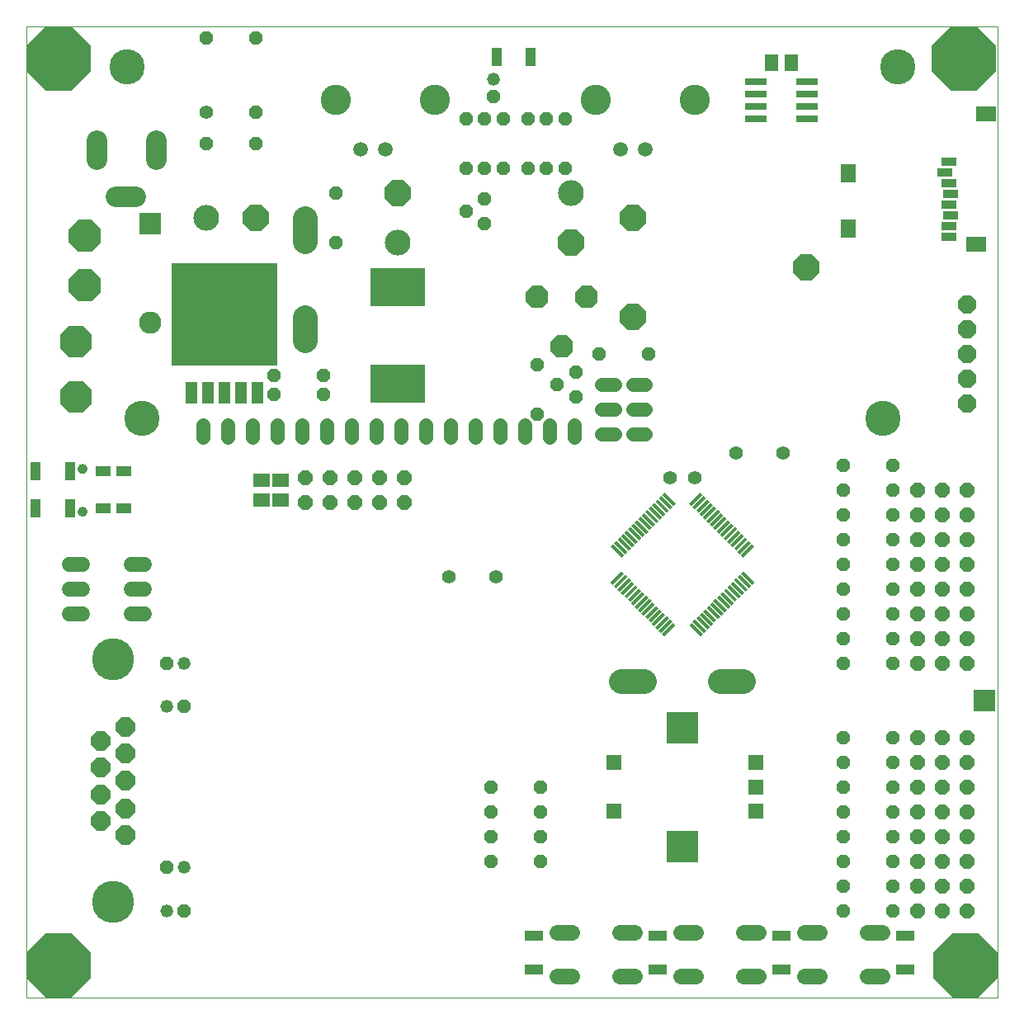
<source format=gts>
G75*
G70*
%OFA0B0*%
%FSLAX24Y24*%
%IPPOS*%
%LPD*%
%AMOC8*
5,1,8,0,0,1.08239X$1,22.5*
%
%ADD10C,0.0000*%
%ADD11C,0.0560*%
%ADD12C,0.1424*%
%ADD13OC8,0.1290*%
%ADD14C,0.0560*%
%ADD15OC8,0.0560*%
%ADD16C,0.1040*%
%ADD17OC8,0.1040*%
%ADD18C,0.0640*%
%ADD19C,0.0827*%
%ADD20C,0.0594*%
%ADD21C,0.0827*%
%ADD22R,0.0740X0.0400*%
%ADD23OC8,0.0800*%
%ADD24C,0.1300*%
%ADD25C,0.1700*%
%ADD26OC8,0.0520*%
%ADD27C,0.0520*%
%ADD28OC8,0.0900*%
%ADD29R,0.0788X0.0591*%
%ADD30R,0.0591X0.0749*%
%ADD31R,0.0631X0.0355*%
%ADD32OC8,0.0740*%
%ADD33R,0.0400X0.0740*%
%ADD34OC8,0.1300*%
%ADD35R,0.0900X0.0900*%
%ADD36C,0.0900*%
%ADD37OC8,0.0600*%
%ADD38OC8,0.0594*%
%ADD39R,0.0640X0.0138*%
%ADD40R,0.0460X0.0900*%
%ADD41R,0.4290X0.4140*%
%ADD42C,0.0985*%
%ADD43R,0.0906X0.0276*%
%ADD44R,0.2205X0.1556*%
%ADD45C,0.0600*%
%ADD46C,0.0394*%
%ADD47R,0.0631X0.0434*%
%ADD48R,0.0670X0.0552*%
%ADD49R,0.0552X0.0670*%
%ADD50R,0.0634X0.0634*%
%ADD51R,0.1306X0.1306*%
%ADD52R,0.0867X0.0867*%
%ADD53OC8,0.2580*%
%ADD54C,0.1221*%
D10*
X005081Y004038D02*
X005081Y043283D01*
X044323Y043283D01*
X044323Y004038D01*
X005081Y004038D01*
X007951Y007888D02*
X007953Y007938D01*
X007959Y007988D01*
X007969Y008037D01*
X007983Y008085D01*
X008000Y008132D01*
X008021Y008177D01*
X008046Y008221D01*
X008074Y008262D01*
X008106Y008301D01*
X008140Y008338D01*
X008177Y008372D01*
X008217Y008402D01*
X008259Y008429D01*
X008303Y008453D01*
X008349Y008474D01*
X008396Y008490D01*
X008444Y008503D01*
X008494Y008512D01*
X008543Y008517D01*
X008594Y008518D01*
X008644Y008515D01*
X008693Y008508D01*
X008742Y008497D01*
X008790Y008482D01*
X008836Y008464D01*
X008881Y008442D01*
X008924Y008416D01*
X008965Y008387D01*
X009004Y008355D01*
X009040Y008320D01*
X009072Y008282D01*
X009102Y008242D01*
X009129Y008199D01*
X009152Y008155D01*
X009171Y008109D01*
X009187Y008061D01*
X009199Y008012D01*
X009207Y007963D01*
X009211Y007913D01*
X009211Y007863D01*
X009207Y007813D01*
X009199Y007764D01*
X009187Y007715D01*
X009171Y007667D01*
X009152Y007621D01*
X009129Y007577D01*
X009102Y007534D01*
X009072Y007494D01*
X009040Y007456D01*
X009004Y007421D01*
X008965Y007389D01*
X008924Y007360D01*
X008881Y007334D01*
X008836Y007312D01*
X008790Y007294D01*
X008742Y007279D01*
X008693Y007268D01*
X008644Y007261D01*
X008594Y007258D01*
X008543Y007259D01*
X008494Y007264D01*
X008444Y007273D01*
X008396Y007286D01*
X008349Y007302D01*
X008303Y007323D01*
X008259Y007347D01*
X008217Y007374D01*
X008177Y007404D01*
X008140Y007438D01*
X008106Y007475D01*
X008074Y007514D01*
X008046Y007555D01*
X008021Y007599D01*
X008000Y007644D01*
X007983Y007691D01*
X007969Y007739D01*
X007959Y007788D01*
X007953Y007838D01*
X007951Y007888D01*
X007951Y017688D02*
X007953Y017738D01*
X007959Y017788D01*
X007969Y017837D01*
X007983Y017885D01*
X008000Y017932D01*
X008021Y017977D01*
X008046Y018021D01*
X008074Y018062D01*
X008106Y018101D01*
X008140Y018138D01*
X008177Y018172D01*
X008217Y018202D01*
X008259Y018229D01*
X008303Y018253D01*
X008349Y018274D01*
X008396Y018290D01*
X008444Y018303D01*
X008494Y018312D01*
X008543Y018317D01*
X008594Y018318D01*
X008644Y018315D01*
X008693Y018308D01*
X008742Y018297D01*
X008790Y018282D01*
X008836Y018264D01*
X008881Y018242D01*
X008924Y018216D01*
X008965Y018187D01*
X009004Y018155D01*
X009040Y018120D01*
X009072Y018082D01*
X009102Y018042D01*
X009129Y017999D01*
X009152Y017955D01*
X009171Y017909D01*
X009187Y017861D01*
X009199Y017812D01*
X009207Y017763D01*
X009211Y017713D01*
X009211Y017663D01*
X009207Y017613D01*
X009199Y017564D01*
X009187Y017515D01*
X009171Y017467D01*
X009152Y017421D01*
X009129Y017377D01*
X009102Y017334D01*
X009072Y017294D01*
X009040Y017256D01*
X009004Y017221D01*
X008965Y017189D01*
X008924Y017160D01*
X008881Y017134D01*
X008836Y017112D01*
X008790Y017094D01*
X008742Y017079D01*
X008693Y017068D01*
X008644Y017061D01*
X008594Y017058D01*
X008543Y017059D01*
X008494Y017064D01*
X008444Y017073D01*
X008396Y017086D01*
X008349Y017102D01*
X008303Y017123D01*
X008259Y017147D01*
X008217Y017174D01*
X008177Y017204D01*
X008140Y017238D01*
X008106Y017275D01*
X008074Y017314D01*
X008046Y017355D01*
X008021Y017399D01*
X008000Y017444D01*
X007983Y017491D01*
X007969Y017539D01*
X007959Y017588D01*
X007953Y017638D01*
X007951Y017688D01*
X007154Y023672D02*
X007156Y023698D01*
X007162Y023724D01*
X007172Y023749D01*
X007185Y023772D01*
X007201Y023792D01*
X007221Y023810D01*
X007243Y023825D01*
X007266Y023837D01*
X007292Y023845D01*
X007318Y023849D01*
X007344Y023849D01*
X007370Y023845D01*
X007396Y023837D01*
X007420Y023825D01*
X007441Y023810D01*
X007461Y023792D01*
X007477Y023772D01*
X007490Y023749D01*
X007500Y023724D01*
X007506Y023698D01*
X007508Y023672D01*
X007506Y023646D01*
X007500Y023620D01*
X007490Y023595D01*
X007477Y023572D01*
X007461Y023552D01*
X007441Y023534D01*
X007419Y023519D01*
X007396Y023507D01*
X007370Y023499D01*
X007344Y023495D01*
X007318Y023495D01*
X007292Y023499D01*
X007266Y023507D01*
X007242Y023519D01*
X007221Y023534D01*
X007201Y023552D01*
X007185Y023572D01*
X007172Y023595D01*
X007162Y023620D01*
X007156Y023646D01*
X007154Y023672D01*
X007154Y025404D02*
X007156Y025430D01*
X007162Y025456D01*
X007172Y025481D01*
X007185Y025504D01*
X007201Y025524D01*
X007221Y025542D01*
X007243Y025557D01*
X007266Y025569D01*
X007292Y025577D01*
X007318Y025581D01*
X007344Y025581D01*
X007370Y025577D01*
X007396Y025569D01*
X007420Y025557D01*
X007441Y025542D01*
X007461Y025524D01*
X007477Y025504D01*
X007490Y025481D01*
X007500Y025456D01*
X007506Y025430D01*
X007508Y025404D01*
X007506Y025378D01*
X007500Y025352D01*
X007490Y025327D01*
X007477Y025304D01*
X007461Y025284D01*
X007441Y025266D01*
X007419Y025251D01*
X007396Y025239D01*
X007370Y025231D01*
X007344Y025227D01*
X007318Y025227D01*
X007292Y025231D01*
X007266Y025239D01*
X007242Y025251D01*
X007221Y025266D01*
X007201Y025284D01*
X007185Y025304D01*
X007172Y025327D01*
X007162Y025352D01*
X007156Y025378D01*
X007154Y025404D01*
X017187Y040288D02*
X017189Y040327D01*
X017195Y040366D01*
X017205Y040404D01*
X017218Y040441D01*
X017235Y040476D01*
X017255Y040510D01*
X017279Y040541D01*
X017306Y040570D01*
X017335Y040596D01*
X017367Y040619D01*
X017401Y040639D01*
X017437Y040655D01*
X017474Y040667D01*
X017513Y040676D01*
X017552Y040681D01*
X017591Y040682D01*
X017630Y040679D01*
X017669Y040672D01*
X017706Y040661D01*
X017743Y040647D01*
X017778Y040629D01*
X017811Y040608D01*
X017842Y040583D01*
X017870Y040556D01*
X017895Y040526D01*
X017917Y040493D01*
X017936Y040459D01*
X017951Y040423D01*
X017963Y040385D01*
X017971Y040347D01*
X017975Y040308D01*
X017975Y040268D01*
X017971Y040229D01*
X017963Y040191D01*
X017951Y040153D01*
X017936Y040117D01*
X017917Y040083D01*
X017895Y040050D01*
X017870Y040020D01*
X017842Y039993D01*
X017811Y039968D01*
X017778Y039947D01*
X017743Y039929D01*
X017706Y039915D01*
X017669Y039904D01*
X017630Y039897D01*
X017591Y039894D01*
X017552Y039895D01*
X017513Y039900D01*
X017474Y039909D01*
X017437Y039921D01*
X017401Y039937D01*
X017367Y039957D01*
X017335Y039980D01*
X017306Y040006D01*
X017279Y040035D01*
X017255Y040066D01*
X017235Y040100D01*
X017218Y040135D01*
X017205Y040172D01*
X017195Y040210D01*
X017189Y040249D01*
X017187Y040288D01*
X021187Y040288D02*
X021189Y040327D01*
X021195Y040366D01*
X021205Y040404D01*
X021218Y040441D01*
X021235Y040476D01*
X021255Y040510D01*
X021279Y040541D01*
X021306Y040570D01*
X021335Y040596D01*
X021367Y040619D01*
X021401Y040639D01*
X021437Y040655D01*
X021474Y040667D01*
X021513Y040676D01*
X021552Y040681D01*
X021591Y040682D01*
X021630Y040679D01*
X021669Y040672D01*
X021706Y040661D01*
X021743Y040647D01*
X021778Y040629D01*
X021811Y040608D01*
X021842Y040583D01*
X021870Y040556D01*
X021895Y040526D01*
X021917Y040493D01*
X021936Y040459D01*
X021951Y040423D01*
X021963Y040385D01*
X021971Y040347D01*
X021975Y040308D01*
X021975Y040268D01*
X021971Y040229D01*
X021963Y040191D01*
X021951Y040153D01*
X021936Y040117D01*
X021917Y040083D01*
X021895Y040050D01*
X021870Y040020D01*
X021842Y039993D01*
X021811Y039968D01*
X021778Y039947D01*
X021743Y039929D01*
X021706Y039915D01*
X021669Y039904D01*
X021630Y039897D01*
X021591Y039894D01*
X021552Y039895D01*
X021513Y039900D01*
X021474Y039909D01*
X021437Y039921D01*
X021401Y039937D01*
X021367Y039957D01*
X021335Y039980D01*
X021306Y040006D01*
X021279Y040035D01*
X021255Y040066D01*
X021235Y040100D01*
X021218Y040135D01*
X021205Y040172D01*
X021195Y040210D01*
X021189Y040249D01*
X021187Y040288D01*
X027687Y040288D02*
X027689Y040327D01*
X027695Y040366D01*
X027705Y040404D01*
X027718Y040441D01*
X027735Y040476D01*
X027755Y040510D01*
X027779Y040541D01*
X027806Y040570D01*
X027835Y040596D01*
X027867Y040619D01*
X027901Y040639D01*
X027937Y040655D01*
X027974Y040667D01*
X028013Y040676D01*
X028052Y040681D01*
X028091Y040682D01*
X028130Y040679D01*
X028169Y040672D01*
X028206Y040661D01*
X028243Y040647D01*
X028278Y040629D01*
X028311Y040608D01*
X028342Y040583D01*
X028370Y040556D01*
X028395Y040526D01*
X028417Y040493D01*
X028436Y040459D01*
X028451Y040423D01*
X028463Y040385D01*
X028471Y040347D01*
X028475Y040308D01*
X028475Y040268D01*
X028471Y040229D01*
X028463Y040191D01*
X028451Y040153D01*
X028436Y040117D01*
X028417Y040083D01*
X028395Y040050D01*
X028370Y040020D01*
X028342Y039993D01*
X028311Y039968D01*
X028278Y039947D01*
X028243Y039929D01*
X028206Y039915D01*
X028169Y039904D01*
X028130Y039897D01*
X028091Y039894D01*
X028052Y039895D01*
X028013Y039900D01*
X027974Y039909D01*
X027937Y039921D01*
X027901Y039937D01*
X027867Y039957D01*
X027835Y039980D01*
X027806Y040006D01*
X027779Y040035D01*
X027755Y040066D01*
X027735Y040100D01*
X027718Y040135D01*
X027705Y040172D01*
X027695Y040210D01*
X027689Y040249D01*
X027687Y040288D01*
X031687Y040288D02*
X031689Y040327D01*
X031695Y040366D01*
X031705Y040404D01*
X031718Y040441D01*
X031735Y040476D01*
X031755Y040510D01*
X031779Y040541D01*
X031806Y040570D01*
X031835Y040596D01*
X031867Y040619D01*
X031901Y040639D01*
X031937Y040655D01*
X031974Y040667D01*
X032013Y040676D01*
X032052Y040681D01*
X032091Y040682D01*
X032130Y040679D01*
X032169Y040672D01*
X032206Y040661D01*
X032243Y040647D01*
X032278Y040629D01*
X032311Y040608D01*
X032342Y040583D01*
X032370Y040556D01*
X032395Y040526D01*
X032417Y040493D01*
X032436Y040459D01*
X032451Y040423D01*
X032463Y040385D01*
X032471Y040347D01*
X032475Y040308D01*
X032475Y040268D01*
X032471Y040229D01*
X032463Y040191D01*
X032451Y040153D01*
X032436Y040117D01*
X032417Y040083D01*
X032395Y040050D01*
X032370Y040020D01*
X032342Y039993D01*
X032311Y039968D01*
X032278Y039947D01*
X032243Y039929D01*
X032206Y039915D01*
X032169Y039904D01*
X032130Y039897D01*
X032091Y039894D01*
X032052Y039895D01*
X032013Y039900D01*
X031974Y039909D01*
X031937Y039921D01*
X031901Y039937D01*
X031867Y039957D01*
X031835Y039980D01*
X031806Y040006D01*
X031779Y040035D01*
X031755Y040066D01*
X031735Y040100D01*
X031718Y040135D01*
X031705Y040172D01*
X031695Y040210D01*
X031689Y040249D01*
X031687Y040288D01*
D11*
X030091Y028788D02*
X029571Y028788D01*
X028841Y028788D02*
X028321Y028788D01*
X028321Y027788D02*
X028841Y027788D01*
X029571Y027788D02*
X030091Y027788D01*
X030091Y026788D02*
X029571Y026788D01*
X028841Y026788D02*
X028321Y026788D01*
X027218Y026663D02*
X027218Y027183D01*
X026218Y027183D02*
X026218Y026663D01*
X025218Y026663D02*
X025218Y027183D01*
X024218Y027183D02*
X024218Y026663D01*
X023218Y026663D02*
X023218Y027183D01*
X022218Y027183D02*
X022218Y026663D01*
X021218Y026663D02*
X021218Y027183D01*
X020218Y027183D02*
X020218Y026663D01*
X019218Y026663D02*
X019218Y027183D01*
X018218Y027183D02*
X018218Y026663D01*
X017218Y026663D02*
X017218Y027183D01*
X016218Y027183D02*
X016218Y026663D01*
X015218Y026663D02*
X015218Y027183D01*
X014218Y027183D02*
X014218Y026663D01*
X013218Y026663D02*
X013218Y027183D01*
X012218Y027183D02*
X012218Y026663D01*
D12*
X009737Y027444D03*
X009143Y041632D03*
X039675Y027444D03*
X040268Y041632D03*
D13*
X007081Y030538D03*
X007081Y028288D03*
D14*
X012331Y039788D03*
X022131Y021038D03*
X024031Y021038D03*
X031081Y025038D03*
X032081Y025038D03*
X033756Y026038D03*
X035656Y026038D03*
D15*
X038081Y025538D03*
X038081Y024538D03*
X038081Y023538D03*
X038081Y022538D03*
X038081Y021538D03*
X038081Y020538D03*
X038081Y019538D03*
X038081Y018538D03*
X038081Y017538D03*
X040081Y017538D03*
X040081Y018538D03*
X040081Y019538D03*
X040081Y020538D03*
X040081Y021538D03*
X040081Y022538D03*
X040081Y023538D03*
X040081Y024538D03*
X040081Y025538D03*
X030206Y030038D03*
X028206Y030038D03*
X027268Y029288D03*
X026518Y028788D03*
X027268Y028288D03*
X025706Y027600D03*
X025706Y029600D03*
X023581Y035288D03*
X022831Y035788D03*
X023581Y036288D03*
X023581Y037538D03*
X022831Y037538D03*
X024331Y037538D03*
X025331Y037538D03*
X026081Y037538D03*
X026831Y037538D03*
X026831Y039538D03*
X026081Y039538D03*
X025331Y039538D03*
X024331Y039538D03*
X023581Y039538D03*
X022831Y039538D03*
X017581Y036538D03*
X017581Y034538D03*
X014331Y038538D03*
X014331Y039788D03*
X012331Y038538D03*
X012331Y042788D03*
X014331Y042788D03*
X015081Y029163D03*
X015081Y028413D03*
X017081Y028413D03*
X017081Y029163D03*
X023831Y012538D03*
X023831Y011538D03*
X023831Y010538D03*
X023831Y009538D03*
X025831Y009538D03*
X025831Y010538D03*
X025831Y011538D03*
X025831Y012538D03*
X038081Y012538D03*
X038081Y013538D03*
X038081Y014538D03*
X040081Y014538D03*
X040081Y013538D03*
X040081Y012538D03*
X040081Y011538D03*
X040081Y010538D03*
X040081Y009538D03*
X040081Y008538D03*
X040081Y007538D03*
X038081Y007538D03*
X038081Y008538D03*
X038081Y009538D03*
X038081Y010538D03*
X038081Y011538D03*
D16*
X020081Y034538D03*
X027081Y036538D03*
X012331Y035538D03*
D17*
X014331Y035538D03*
X020081Y036538D03*
X027081Y034538D03*
X029581Y035538D03*
X029581Y031538D03*
X036581Y033538D03*
D18*
X036501Y006678D02*
X037101Y006678D01*
X037101Y004898D02*
X036501Y004898D01*
X034661Y004898D02*
X034061Y004898D01*
X034061Y006678D02*
X034661Y006678D01*
X032101Y006678D02*
X031501Y006678D01*
X031501Y004898D02*
X032101Y004898D01*
X029661Y004898D02*
X029061Y004898D01*
X029061Y006678D02*
X029661Y006678D01*
X027101Y006678D02*
X026501Y006678D01*
X026501Y004898D02*
X027101Y004898D01*
X039061Y004898D02*
X039661Y004898D01*
X039661Y006678D02*
X039061Y006678D01*
D19*
X010301Y037894D02*
X010301Y038682D01*
X009475Y036398D02*
X008687Y036398D01*
X007900Y037894D02*
X007900Y038682D01*
D20*
X018581Y038288D03*
X019581Y038288D03*
X029081Y038288D03*
X030081Y038288D03*
D21*
X028081Y040288D03*
X032081Y040288D03*
X021581Y040288D03*
X017581Y040288D03*
D22*
X025581Y006538D03*
X025581Y005163D03*
X030581Y005163D03*
X030581Y006538D03*
X035581Y006538D03*
X035581Y005163D03*
X040581Y005163D03*
X040581Y006538D03*
D23*
X009081Y010600D03*
X009081Y011663D03*
X008081Y011163D03*
X008081Y012225D03*
X008081Y013351D03*
X008081Y014413D03*
X009081Y013913D03*
X009081Y012788D03*
X009081Y014976D03*
D24*
X008581Y017688D03*
X008581Y007888D03*
D25*
X008581Y007888D03*
X008581Y017688D03*
D26*
X010731Y017538D03*
X011431Y015788D03*
X010731Y009288D03*
X011431Y007538D03*
X023956Y040438D03*
D27*
X023956Y041138D03*
X011431Y017538D03*
X010731Y015788D03*
X011431Y009288D03*
X010731Y007538D03*
D28*
X026706Y030350D03*
X027706Y032350D03*
X025706Y032350D03*
D29*
X043454Y034459D03*
X043847Y039735D03*
D30*
X038276Y037333D03*
X038276Y035089D03*
D31*
X042174Y037369D03*
X042331Y037802D03*
X042331Y036936D03*
X042410Y036503D03*
X042331Y036069D03*
X042410Y035636D03*
X042331Y035203D03*
X042331Y034770D03*
D32*
X043081Y032038D03*
X043081Y031038D03*
X043081Y030038D03*
X043081Y029038D03*
X043081Y028038D03*
D33*
X025456Y042038D03*
X024081Y042038D03*
X006831Y025288D03*
X006831Y023788D03*
X005456Y023788D03*
X005456Y025288D03*
D34*
X007456Y032788D03*
X007456Y034788D03*
D35*
X010081Y035288D03*
D36*
X010081Y031288D03*
D37*
X016331Y025038D03*
X017331Y025038D03*
X018331Y025038D03*
X019331Y025038D03*
X020331Y025038D03*
X020331Y024038D03*
X019331Y024038D03*
X018331Y024038D03*
X017331Y024038D03*
X016331Y024038D03*
X042081Y017538D03*
X043081Y017538D03*
X043081Y007538D03*
X042081Y007538D03*
D38*
X042081Y008538D03*
X043081Y008538D03*
X043081Y009538D03*
X043081Y010538D03*
X043081Y011538D03*
X043081Y012538D03*
X043081Y013538D03*
X043081Y014538D03*
X042081Y014538D03*
X042081Y013538D03*
X042081Y012538D03*
X042081Y011538D03*
X042081Y010538D03*
X042081Y009538D03*
X041081Y009538D03*
X041081Y010538D03*
X041081Y011538D03*
X041081Y012538D03*
X041081Y013538D03*
X041081Y014538D03*
X041081Y017538D03*
X041081Y018538D03*
X042081Y018538D03*
X043081Y018538D03*
X043081Y019538D03*
X043081Y020538D03*
X043081Y021538D03*
X043081Y022538D03*
X043081Y023538D03*
X043081Y024538D03*
X042081Y024538D03*
X042081Y023538D03*
X042081Y022538D03*
X042081Y021538D03*
X042081Y020538D03*
X042081Y019538D03*
X041081Y019538D03*
X041081Y020538D03*
X041081Y021538D03*
X041081Y022538D03*
X041081Y023538D03*
X041081Y024538D03*
X041081Y008538D03*
X041081Y007538D03*
D39*
G36*
X031950Y019179D02*
X032402Y018727D01*
X032304Y018629D01*
X031852Y019081D01*
X031950Y019179D01*
G37*
G36*
X032090Y019318D02*
X032542Y018866D01*
X032444Y018768D01*
X031992Y019220D01*
X032090Y019318D01*
G37*
G36*
X032229Y019457D02*
X032681Y019005D01*
X032583Y018907D01*
X032131Y019359D01*
X032229Y019457D01*
G37*
G36*
X032368Y019596D02*
X032820Y019144D01*
X032722Y019046D01*
X032270Y019498D01*
X032368Y019596D01*
G37*
G36*
X032507Y019736D02*
X032959Y019284D01*
X032861Y019186D01*
X032409Y019638D01*
X032507Y019736D01*
G37*
G36*
X032646Y019875D02*
X033098Y019423D01*
X033000Y019325D01*
X032548Y019777D01*
X032646Y019875D01*
G37*
G36*
X032785Y020014D02*
X033237Y019562D01*
X033139Y019464D01*
X032687Y019916D01*
X032785Y020014D01*
G37*
G36*
X032925Y020153D02*
X033377Y019701D01*
X033279Y019603D01*
X032827Y020055D01*
X032925Y020153D01*
G37*
G36*
X033064Y020292D02*
X033516Y019840D01*
X033418Y019742D01*
X032966Y020194D01*
X033064Y020292D01*
G37*
G36*
X033203Y020431D02*
X033655Y019979D01*
X033557Y019881D01*
X033105Y020333D01*
X033203Y020431D01*
G37*
G36*
X033342Y020571D02*
X033794Y020119D01*
X033696Y020021D01*
X033244Y020473D01*
X033342Y020571D01*
G37*
G36*
X033481Y020710D02*
X033933Y020258D01*
X033835Y020160D01*
X033383Y020612D01*
X033481Y020710D01*
G37*
G36*
X033621Y020849D02*
X034073Y020397D01*
X033975Y020299D01*
X033523Y020751D01*
X033621Y020849D01*
G37*
G36*
X033760Y020988D02*
X034212Y020536D01*
X034114Y020438D01*
X033662Y020890D01*
X033760Y020988D01*
G37*
G36*
X033899Y021127D02*
X034351Y020675D01*
X034253Y020577D01*
X033801Y021029D01*
X033899Y021127D01*
G37*
G36*
X034038Y021267D02*
X034490Y020815D01*
X034392Y020717D01*
X033940Y021169D01*
X034038Y021267D01*
G37*
G36*
X033940Y021907D02*
X034392Y022359D01*
X034490Y022261D01*
X034038Y021809D01*
X033940Y021907D01*
G37*
G36*
X033801Y022047D02*
X034253Y022499D01*
X034351Y022401D01*
X033899Y021949D01*
X033801Y022047D01*
G37*
G36*
X033662Y022186D02*
X034114Y022638D01*
X034212Y022540D01*
X033760Y022088D01*
X033662Y022186D01*
G37*
G36*
X033523Y022325D02*
X033975Y022777D01*
X034073Y022679D01*
X033621Y022227D01*
X033523Y022325D01*
G37*
G36*
X033383Y022464D02*
X033835Y022916D01*
X033933Y022818D01*
X033481Y022366D01*
X033383Y022464D01*
G37*
G36*
X033244Y022603D02*
X033696Y023055D01*
X033794Y022957D01*
X033342Y022505D01*
X033244Y022603D01*
G37*
G36*
X033105Y022742D02*
X033557Y023194D01*
X033655Y023096D01*
X033203Y022644D01*
X033105Y022742D01*
G37*
G36*
X032966Y022882D02*
X033418Y023334D01*
X033516Y023236D01*
X033064Y022784D01*
X032966Y022882D01*
G37*
G36*
X032827Y023021D02*
X033279Y023473D01*
X033377Y023375D01*
X032925Y022923D01*
X032827Y023021D01*
G37*
G36*
X032687Y023160D02*
X033139Y023612D01*
X033237Y023514D01*
X032785Y023062D01*
X032687Y023160D01*
G37*
G36*
X032548Y023299D02*
X033000Y023751D01*
X033098Y023653D01*
X032646Y023201D01*
X032548Y023299D01*
G37*
G36*
X032409Y023438D02*
X032861Y023890D01*
X032959Y023792D01*
X032507Y023340D01*
X032409Y023438D01*
G37*
G36*
X032270Y023578D02*
X032722Y024030D01*
X032820Y023932D01*
X032368Y023480D01*
X032270Y023578D01*
G37*
G36*
X032131Y023717D02*
X032583Y024169D01*
X032681Y024071D01*
X032229Y023619D01*
X032131Y023717D01*
G37*
G36*
X031992Y023856D02*
X032444Y024308D01*
X032542Y024210D01*
X032090Y023758D01*
X031992Y023856D01*
G37*
G36*
X031852Y023995D02*
X032304Y024447D01*
X032402Y024349D01*
X031950Y023897D01*
X031852Y023995D01*
G37*
G36*
X031212Y023897D02*
X030760Y024349D01*
X030858Y024447D01*
X031310Y023995D01*
X031212Y023897D01*
G37*
G36*
X031072Y023758D02*
X030620Y024210D01*
X030718Y024308D01*
X031170Y023856D01*
X031072Y023758D01*
G37*
G36*
X030933Y023619D02*
X030481Y024071D01*
X030579Y024169D01*
X031031Y023717D01*
X030933Y023619D01*
G37*
G36*
X030794Y023480D02*
X030342Y023932D01*
X030440Y024030D01*
X030892Y023578D01*
X030794Y023480D01*
G37*
G36*
X030655Y023340D02*
X030203Y023792D01*
X030301Y023890D01*
X030753Y023438D01*
X030655Y023340D01*
G37*
G36*
X030516Y023201D02*
X030064Y023653D01*
X030162Y023751D01*
X030614Y023299D01*
X030516Y023201D01*
G37*
G36*
X030376Y023062D02*
X029924Y023514D01*
X030022Y023612D01*
X030474Y023160D01*
X030376Y023062D01*
G37*
G36*
X030237Y022923D02*
X029785Y023375D01*
X029883Y023473D01*
X030335Y023021D01*
X030237Y022923D01*
G37*
G36*
X030098Y022784D02*
X029646Y023236D01*
X029744Y023334D01*
X030196Y022882D01*
X030098Y022784D01*
G37*
G36*
X029959Y022644D02*
X029507Y023096D01*
X029605Y023194D01*
X030057Y022742D01*
X029959Y022644D01*
G37*
G36*
X029820Y022505D02*
X029368Y022957D01*
X029466Y023055D01*
X029918Y022603D01*
X029820Y022505D01*
G37*
G36*
X029680Y022366D02*
X029228Y022818D01*
X029326Y022916D01*
X029778Y022464D01*
X029680Y022366D01*
G37*
G36*
X029541Y022227D02*
X029089Y022679D01*
X029187Y022777D01*
X029639Y022325D01*
X029541Y022227D01*
G37*
G36*
X029402Y022088D02*
X028950Y022540D01*
X029048Y022638D01*
X029500Y022186D01*
X029402Y022088D01*
G37*
G36*
X029263Y021949D02*
X028811Y022401D01*
X028909Y022499D01*
X029361Y022047D01*
X029263Y021949D01*
G37*
G36*
X029124Y021809D02*
X028672Y022261D01*
X028770Y022359D01*
X029222Y021907D01*
X029124Y021809D01*
G37*
G36*
X029222Y021169D02*
X028770Y020717D01*
X028672Y020815D01*
X029124Y021267D01*
X029222Y021169D01*
G37*
G36*
X029361Y021029D02*
X028909Y020577D01*
X028811Y020675D01*
X029263Y021127D01*
X029361Y021029D01*
G37*
G36*
X029500Y020890D02*
X029048Y020438D01*
X028950Y020536D01*
X029402Y020988D01*
X029500Y020890D01*
G37*
G36*
X029639Y020751D02*
X029187Y020299D01*
X029089Y020397D01*
X029541Y020849D01*
X029639Y020751D01*
G37*
G36*
X029778Y020612D02*
X029326Y020160D01*
X029228Y020258D01*
X029680Y020710D01*
X029778Y020612D01*
G37*
G36*
X029918Y020473D02*
X029466Y020021D01*
X029368Y020119D01*
X029820Y020571D01*
X029918Y020473D01*
G37*
G36*
X030057Y020333D02*
X029605Y019881D01*
X029507Y019979D01*
X029959Y020431D01*
X030057Y020333D01*
G37*
G36*
X030196Y020194D02*
X029744Y019742D01*
X029646Y019840D01*
X030098Y020292D01*
X030196Y020194D01*
G37*
G36*
X030335Y020055D02*
X029883Y019603D01*
X029785Y019701D01*
X030237Y020153D01*
X030335Y020055D01*
G37*
G36*
X030474Y019916D02*
X030022Y019464D01*
X029924Y019562D01*
X030376Y020014D01*
X030474Y019916D01*
G37*
G36*
X030614Y019777D02*
X030162Y019325D01*
X030064Y019423D01*
X030516Y019875D01*
X030614Y019777D01*
G37*
G36*
X030753Y019638D02*
X030301Y019186D01*
X030203Y019284D01*
X030655Y019736D01*
X030753Y019638D01*
G37*
G36*
X030892Y019498D02*
X030440Y019046D01*
X030342Y019144D01*
X030794Y019596D01*
X030892Y019498D01*
G37*
G36*
X031031Y019359D02*
X030579Y018907D01*
X030481Y019005D01*
X030933Y019457D01*
X031031Y019359D01*
G37*
G36*
X031170Y019220D02*
X030718Y018768D01*
X030620Y018866D01*
X031072Y019318D01*
X031170Y019220D01*
G37*
G36*
X031310Y019081D02*
X030858Y018629D01*
X030760Y018727D01*
X031212Y019179D01*
X031310Y019081D01*
G37*
D40*
X014421Y028460D03*
X013751Y028460D03*
X013081Y028460D03*
X012411Y028460D03*
X011741Y028460D03*
D41*
X013081Y031643D03*
D42*
X016331Y031510D02*
X016331Y030565D01*
X016331Y034565D02*
X016331Y035510D01*
X029108Y016788D02*
X030053Y016788D01*
X033108Y016788D02*
X034053Y016788D01*
D43*
X034557Y039538D03*
X034557Y040038D03*
X034557Y040538D03*
X034557Y041038D03*
X036605Y041038D03*
X036605Y040538D03*
X036605Y040038D03*
X036605Y039538D03*
D44*
X020081Y032747D03*
X020081Y028829D03*
D45*
X009861Y021538D02*
X009301Y021538D01*
X009301Y020538D02*
X009861Y020538D01*
X009861Y019538D02*
X009301Y019538D01*
X007361Y019538D02*
X006801Y019538D01*
X006801Y020538D02*
X007361Y020538D01*
X007361Y021538D02*
X006801Y021538D01*
D46*
X007331Y023672D03*
X007331Y025404D03*
D47*
X008167Y025288D03*
X008995Y025288D03*
X008995Y023788D03*
X008167Y023788D03*
D48*
X014581Y024144D03*
X015331Y024144D03*
X015331Y024932D03*
X014581Y024932D03*
D49*
X035187Y041788D03*
X035975Y041788D03*
D50*
X034534Y013522D03*
X034534Y012538D03*
X034534Y011554D03*
X028825Y011554D03*
X028825Y013522D03*
D51*
X031581Y014940D03*
X031581Y010136D03*
D52*
X043768Y016038D03*
D53*
X043018Y005350D03*
X042956Y041975D03*
X006393Y041975D03*
X006393Y005350D03*
D54*
X017581Y040288D03*
X021581Y040288D03*
X028081Y040288D03*
X032081Y040288D03*
M02*

</source>
